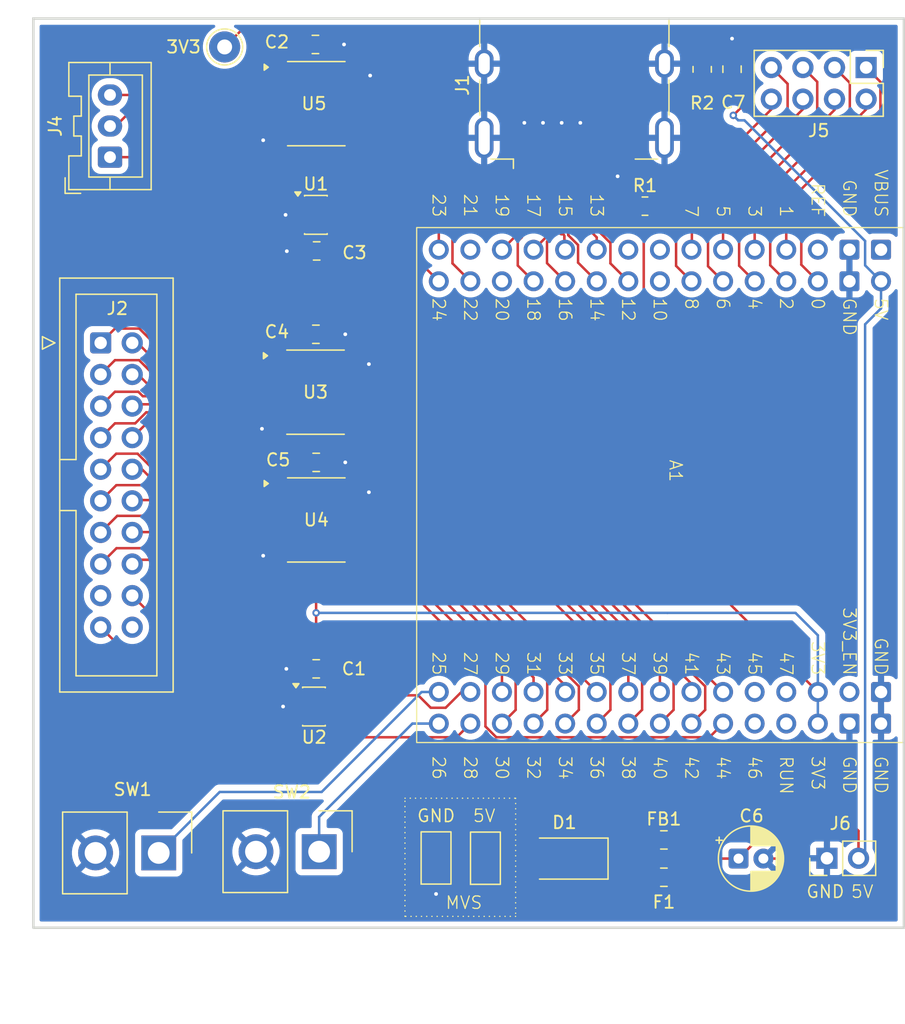
<source format=kicad_pcb>
(kicad_pcb (version 20241229) (generator "pcbnew") (generator_version "9.0")
  (layers (0 "F.Cu" signal) (2 "B.Cu" signal) (13 "F.Paste" user) (15 "B.Paste" user) (5 "F.SilkS" user "F.Silkscreen") (7 "B.SilkS" user "B.Silkscreen") (1 "F.Mask" user) (3 "B.Mask" user) (25 "Edge.Cuts" user))
  (net 0 "")
  (net 1 "D0-")
  (net 2 "G0")
  (net 3 "CLK-")
  (net 4 "SHD")
  (net 7 "SW_MENU")
  (net 8 "R3")
  (net 9 "Net-(A1-GPIO5)")
  (net 10 "Net-(A1-GPIO3)")
  (net 11 "B4")
  (net 12 "G4")
  (net 13 "PCKL")
  (net 14 "D2+")
  (net 16 "R4")
  (net 17 "D0+")
  (net 18 "CSYNC")
  (net 20 "B0")
  (net 21 "B2")
  (net 23 "SW_BACK")
  (net 24 "B1")
  (net 25 "CLK+")
  (net 26 "D1-")
  (net 27 "BCK")
  (net 28 "R1")
  (net 29 "G1")
  (net 30 "D2-")
  (net 31 "R0")
  (net 32 "Net-(A1-GPIO4)")
  (net 34 "+3V3")
  (net 35 "B3")
  (net 38 "D1+")
  (net 39 "WS")
  (net 40 "DAT")
  (net 41 "R2")
  (net 42 "G3")
  (net 44 "Net-(A1-GPIO7)")
  (net 45 "Net-(A1-GPIO6)")
  (net 46 "GND")
  (net 47 "+5V MVS")
  (net 48 "Net-(D1-K)")
  (net 52 "CEC_PICO")
  (net 53 "Net-(J1-HPD)")
  (net 55 "MVS_BCK")
  (net 57 "MVS_PCKL")
  (net 58 "MVS_CSYNC")
  (net 59 "MVS_G2")
  (net 60 "G2")
  (net 61 "MVS_R1")
  (net 62 "MVS_R2")
  (net 63 "MVS_G1")
  (net 64 "MVS_R4")
  (net 65 "MVS_R3")
  (net 66 "MVS_R0")
  (net 67 "MVS_G0")
  (net 68 "MVS_G4")
  (net 69 "MVS_B2")
  (net 70 "MVS_B1")
  (net 71 "MVS_B0")
  (net 72 "MVS_B4")
  (net 73 "MVS_B3")
  (net 74 "MVS_G3")
  (net 79 "MVS_DAT")
  (net 80 "MVS_WS")
  (net 81 "Net-(A1-GPIO0)")
  (net 82 "MVS_SHD")
  (net 85 "Net-(A1-GPIO1)")
  (net 86 "Net-(A1-GPIO2)")
  (net 94 "Net-(F1-Pad1)")
  (net 95 "+5V")
  (footprint "Capacitor_SMD:C_0805_2012Metric_Pad1.18x1.45mm_HandSolder" (layer "F.Cu") (at 171.7 39.0875 90)
    (property "Reference" "C7")
    (property "Value" "0.1u")
  )
  (footprint "Capacitor_SMD:C_0805_2012Metric" (layer "F.Cu") (at 166.22 101.055)
    (property "Reference" "FB1")
    (property "Value" "FerriteBead")
  )
  (footprint "Connector_Samtec_HPM_THT:Samtec_HPM-02-01-x-S_Straight_1x02_Pitch5.08mm" (layer "F.Cu") (at 125.6 102.1 -90)
    (property "Reference" "SW1")
    (property "Value" "MENU")
  )
  (footprint "Connector_Samtec_HPM_THT:Samtec_HPM-02-01-x-S_Straight_1x02_Pitch5.08mm" (layer "F.Cu") (at 138.5 102 -90)
    (property "Reference" "SW2")
    (property "Value" "BACK")
  )
  (footprint "Module:WeAct_RP2350B" (layer "F.Cu") (at 165.9 71.38 -90)
    (property "Reference" "A1")
    (property "Value" "WeAct_RP2350B")
  )
  (footprint "Capacitor_SMD:C_0805_2012Metric_Pad1.18x1.45mm_HandSolder" (layer "F.Cu") (at 138.2625 87.3 180)
    (property "Reference" "C1")
    (property "Value" "0.1u")
  )
  (footprint "Capacitor_SMD:C_0805_2012Metric_Pad1.18x1.45mm_HandSolder" (layer "F.Cu") (at 138.2625 70.7)
    (property "Reference" "C5")
    (property "Value" "0.1u")
  )
  (footprint "TestPoint:TestPoint_THTPad_D2.5mm_Drill1.2mm" (layer "F.Cu") (at 130.9 37.3)
    (property "Reference" "3V3")
    (property "Value" "TestPoint_THTPad_D2.5mm_Drill1.2mm")
  )
  (footprint "TestPoint:TestPoint_Keystone_5019_Miniature" (layer "F.Cu") (at 147.9 102.505 90)
    (property "Reference" "REF**" (hide yes))
    (property "Value" "TestPoint_Keystone_5019_Miniature")
  )
  (footprint "Connector_PinHeader_2.54mm:PinHeader_2x04_P2.54mm_Vertical" (layer "F.Cu") (at 182.48 38.955 -90)
    (property "Reference" "J5")
    (property "Value" "AUX")
  )
  (footprint "Resistor_SMD:R_0805_2012Metric" (layer "F.Cu") (at 164.7 50.1)
    (property "Reference" "R1")
    (property "Value" "27K")
  )
  (footprint "Capacitor_SMD:C_0805_2012Metric_Pad1.18x1.45mm_HandSolder" (layer "F.Cu") (at 138.2375 60.4)
    (property "Reference" "C4")
    (property "Value" "0.1u")
  )
  (footprint "Connector_Video:HDMI_A_Molex_208658-1001_Horizontal" (layer "F.Cu") (at 159.02 42.08 90)
    (property "Reference" "J1")
    (property "Value" "HDMI_A" (hide yes))
  )
  (footprint "Connector_IDC:IDC-Header_2x10_P2.54mm_Vertical" (layer "F.Cu") (at 120.93 61.093)
    (property "Reference" "J2")
    (property "Value" "Conn_02x05_Top_Bottom")
  )
  (footprint "Capacitor_SMD:C_0805_2012Metric_Pad1.18x1.45mm_HandSolder" (layer "F.Cu") (at 138.2 37.1)
    (property "Reference" "C2")
    (property "Value" "0.1u")
  )
  (footprint "Capacitor_SMD:C_0805_2012Metric" (layer "F.Cu") (at 166.22 104.055)
    (property "Reference" "F1")
    (property "Value" "Polyfuse")
  )
  (footprint "Diode_SMD:D_SMA" (layer "F.Cu") (at 158.22 102.555 180)
    (property "Reference" "D1")
    (property "Value" "SS14")
  )
  (footprint "Capacitor_SMD:C_0805_2012Metric_Pad1.18x1.45mm_HandSolder" (layer "F.Cu") (at 138.3 53.7 180)
    (property "Reference" "C3")
    (property "Value" "0.1u")
  )
  (footprint "Resistor_SMD:R_0805_2012Metric_Pad1.20x1.40mm_HandSolder" (layer "F.Cu") (at 169.3 39.1 90)
    (property "Reference" "R2")
    (property "Value" "10K")
  )
  (footprint "Package_TO_SOT_SMD:SOT-23-6" (layer "F.Cu") (at 138.0825 90.33)
    (property "Reference" "U2")
    (property "Value" "V_BUFF")
  )
  (footprint "Capacitor_THT:CP_Radial_D5.0mm_P2.00mm" (layer "F.Cu") (at 172.22 102.555)
    (property "Reference" "C6" (hide yes))
    (property "Value" "47u" (hide yes))
  )
  (footprint "Package_SO:TSSOP-20_4.4x6.5mm_P0.65mm" (layer "F.Cu") (at 138.27 75.33)
    (property "Reference" "U4")
    (property "Value" "GB_LVS")
  )
  (footprint "Connector_JST:JST_XA_B03B-XASK-1_1x03_P2.50mm_Vertical" (layer "F.Cu") (at 121.6825 46.16 90)
    (property "Reference" "J4")
    (property "Value" "Audio")
  )
  (footprint "TestPoint:TestPoint_Keystone_5019_Miniature" (layer "F.Cu") (at 151.87 102.525 90)
    (property "Reference" "REF**" (hide yes))
    (property "Value" "TestPoint_Keystone_5019_Miniature")
  )
  (footprint "Package_SO:TSSOP-20_4.4x6.5mm_P0.65mm" (layer "F.Cu") (at 138.27 41.86)
    (property "Reference" "U5")
    (property "Value" "AV_LVS")
  )
  (footprint "Package_TO_SOT_SMD:SOT-23-6" (layer "F.Cu") (at 138.2375 50.8)
    (property "Reference" "U1")
    (property "Value" "A_BUFF")
  )
  (footprint "Connector_PinHeader_2.54mm:PinHeader_1x02_P2.54mm_Vertical" (layer "F.Cu") (at 179.33 102.53 90)
    (property "Reference" "J6")
    (property "Value" "Conn_01x02_Pin")
  )
  (footprint "Package_SO:TSSOP-20_4.4x6.5mm_P0.65mm" (layer "F.Cu") (at 138.2075 65.055)
    (property "Reference" "U3")
    (property "Value" "RG_LVS")
  )
  (gr_rect (start 145.4 97.7) (end 154.3 107.2) (stroke (width 0.1) (type dot)) (fill no) (layer "F.SilkS"))
  (gr_rect (start 115.52 35.015) (end 185.52 108.115) (stroke (width 0.2)) (fill no) (layer "Edge.Cuts"))
  (gr_text "GND" (at 146.3 99.7 0) (layer "F.SilkS") (effects (font (size 1 1) (thickness 0.125)) (justify left bottom)))
  (gr_text "GND" (at 177.6 105.8 0) (layer "F.SilkS") (effects (font (size 1 1) (thickness 0.125)) (justify left bottom)))
  (gr_text "5V" (at 181.2 105.8 0) (layer "F.SilkS") (effects (font (size 1 1) (thickness 0.1)) (justify left bottom)))
  (gr_text "5V" (at 150.8 99.7 0) (layer "F.SilkS") (effects (font (size 1 1) (thickness 0.1)) (justify left bottom)))
  (gr_text "C6" (at 173.27 99.13 0) (layer "F.SilkS") (effects (font (size 1 1))))
  (gr_text "MVS" (at 148.6 106.1 0) (layer "F.SilkS") (effects (font (size 1 1) (thickness 0.1)) (justify left)))
  (segment (start 158.52 52.41) (end 158.57 52.46) (width 0.2) (layer "F.Cu") (net 1))
  (segment (start 159.32 54.64) (end 160.82 56.14) (width 0.2) (layer "F.Cu") (net 1))
  (segment (start 159.32 53.224372) (end 159.32 54.64) (width 0.2) (layer "F.Cu") (net 1))
  (segment (start 158.57 52.46) (end 158.57 52.474372) (width 0.2) (layer "F.Cu") (net 1))
  (segment (start 158.57 52.474372) (end 159.32 53.224372) (width 0.2) (layer "F.Cu") (net 1))
  (segment (start 158.52 45.365) (end 158.52 52.41) (width 0.2) (layer "F.Cu") (net 1))
  (segment (start 141.07 66.68) (end 143.92 66.68) (width 0.2) (layer "F.Cu") (net 2))
  (segment (start 143.92 66.68) (end 164.47 87.23) (width 0.2) (layer "F.Cu") (net 2))
  (segment (start 164.47 87.23) (end 164.47 90.59) (width 0.2) (layer "F.Cu") (net 2))
  (segment (start 164.47 90.59) (end 163.36 91.7) (width 0.2) (layer "F.Cu") (net 2))
  (segment (start 160.02 45.365) (end 160.02 46.91) (width 0.2) (layer "F.Cu") (net 3))
  (segment (start 160.72 51.86) (end 161.92 53.06) (width 0.2) (layer "F.Cu") (net 3))
  (segment (start 160.72 47.61) (end 160.72 51.86) (width 0.2) (layer "F.Cu") (net 3))
  (segment (start 160.02 46.91) (end 160.72 47.61) (width 0.2) (layer "F.Cu") (net 3))
  (segment (start 161.92 54.7) (end 163.36 56.14) (width 0.2) (layer "F.Cu") (net 3))
  (segment (start 161.92 53.06) (end 161.92 54.7) (width 0.2) (layer "F.Cu") (net 3))
  (segment (start 141.1325 78.255) (end 142.995 78.255) (width 0.2) (layer "F.Cu") (net 4))
  (segment (start 151.87 87.13) (end 151.87 91.92705) (width 0.2) (layer "F.Cu") (net 4))
  (segment (start 169.879 92.801) (end 170.98 91.7) (width 0.2) (layer "F.Cu") (net 4))
  (segment (start 151.87 91.92705) (end 152.74395 92.801) (width 0.2) (layer "F.Cu") (net 4))
  (segment (start 152.74395 92.801) (end 169.879 92.801) (width 0.2) (layer "F.Cu") (net 4))
  (segment (start 142.995 78.255) (end 151.87 87.13) (width 0.2) (layer "F.Cu") (net 4))
  (segment (start 130.5 97.2) (end 138.7 97.2) (width 0.2) (layer "B.Cu") (net 7))
  (segment (start 138.7 97.2) (end 146.74 89.16) (width 0.2) (layer "B.Cu") (net 7))
  (segment (start 126.23 101.47) (end 130.5 97.2) (width 0.2) (layer "B.Cu") (net 7))
  (segment (start 146.74 89.16) (end 148.12 89.16) (width 0.2) (layer "B.Cu") (net 7))
  (segment (start 125.6 102.1) (end 126.23 102.73) (width 0.2) (layer "B.Cu") (net 7))
  (segment (start 126.23 102.73) (end 126.23 101.47) (width 0.2) (layer "B.Cu") (net 7))
  (segment (start 144.42 65.38) (end 167.001 87.961) (width 0.2) (layer "F.Cu") (net 8))
  (segment (start 167.001 90.599) (end 165.9 91.7) (width 0.2) (layer "F.Cu") (net 8))
  (segment (start 167.001 87.961) (end 167.001 90.599) (width 0.2) (layer "F.Cu") (net 8))
  (segment (start 141.07 65.38) (end 144.42 65.38) (width 0.2) (layer "F.Cu") (net 8))
  (segment (start 177.4 41.495) (end 177.4 42.3) (width 0.2) (layer "F.Cu") (net 9))
  (segment (start 170.98 48.72) (end 170.98 53.6) (width 0.2) (layer "F.Cu") (net 9))
  (segment (start 177.4 42.3) (end 170.98 48.72) (width 0.2) (layer "F.Cu") (net 9))
  (segment (start 179.94 42.36) (end 173.52 48.78) (width 0.2) (layer "F.Cu") (net 10))
  (segment (start 179.94 41.495) (end 179.94 42.36) (width 0.2) (layer "F.Cu") (net 10))
  (segment (start 173.52 48.78) (end 173.52 53.6) (width 0.2) (layer "F.Cu") (net 10))
  (segment (start 143.345 77.605) (end 153.2 87.46) (width 0.2) (layer "F.Cu") (net 11))
  (segment (start 153.2 87.46) (end 153.2 89.16) (width 0.2) (layer "F.Cu") (net 11))
  (segment (start 141.1325 77.605) (end 143.345 77.605) (width 0.2) (layer "F.Cu") (net 11))
  (segment (start 158.28 91.7) (end 159.381 90.599) (width 0.2) (layer "F.Cu") (net 12))
  (segment (start 159.381 90.599) (end 159.381 88.70395) (width 0.2) (layer "F.Cu") (net 12))
  (segment (start 159.381 88.70395) (end 145.03205 74.355) (width 0.2) (layer "F.Cu") (net 12))
  (segment (start 145.03205 74.355) (end 141.1325 74.355) (width 0.2) (layer "F.Cu") (net 12))
  (segment (start 149.559 92.801) (end 150.66 91.7) (width 0.2) (layer "F.Cu") (net 13))
  (segment (start 140.741 92.801) (end 149.559 92.801) (width 0.2) (layer "F.Cu") (net 13))
  (segment (start 139.22 91.28) (end 140.741 92.801) (width 0.2) (layer "F.Cu") (net 13))
  (segment (start 154.122 48.384) (end 153.984 48.384) (width 0.2) (layer "F.Cu") (net 14))
  (segment (start 154.438 48.858) (end 154.438 48.7) (width 0.2) (layer "F.Cu") (net 14))
  (segment (start 153.984 49.174) (end 154.122 49.174) (width 0.2) (layer "F.Cu") (net 14))
  (segment (start 154.52 46.659322) (end 154.52 45.365) (width 0.2) (layer "F.Cu") (net 14))
  (segment (start 153.668 48.068) (end 153.668 47.91) (width 0.2) (layer "F.Cu") (net 14))
  (segment (start 153.2 53.6) (end 154.438 52.362) (width 0.2) (layer "F.Cu") (net 14))
  (segment (start 153.984 50.754) (end 154.122 50.754) (width 0.2) (layer "F.Cu") (net 14))
  (segment (start 154.438 47.12) (end 154.438 47.06) (width 0.2) (layer "F.Cu") (net 14))
  (segment (start 154.438 46.741322) (end 154.52 46.659322) (width 0.2) (layer "F.Cu") (net 14))
  (segment (start 154.122 49.964) (end 153.984 49.964) (width 0.2) (layer "F.Cu") (net 14))
  (segment (start 154.122 51.544) (end 153.984 51.544) (width 0.2) (layer "F.Cu") (net 14))
  (segment (start 153.668 49.648) (end 153.668 49.49) (width 0.2) (layer "F.Cu") (net 14))
  (segment (start 153.668 51.228) (end 153.668 51.07) (width 0.2) (layer "F.Cu") (net 14))
  (segment (start 154.438 47.06) (end 154.438 46.741322) (width 0.2) (layer "F.Cu") (net 14))
  (segment (start 154.438 52.362) (end 154.438 51.86) (width 0.2) (layer "F.Cu") (net 14))
  (segment (start 154.438 47.278) (end 154.438 47.12) (width 0.2) (layer "F.Cu") (net 14))
  (segment (start 154.438 50.438) (end 154.438 50.28) (width 0.2) (layer "F.Cu") (net 14))
  (segment (start 153.984 47.594) (end 154.122 47.594) (width 0.2) (layer "F.Cu") (net 14))
  (arc (start 153.668 49.49) (mid 153.760554 49.266554) (end 153.984 49.174) (width 0.2) (layer "F.Cu") (net 14))
  (arc (start 153.984 49.964) (mid 153.760554 49.871446) (end 153.668 49.648) (width 0.2) (layer "F.Cu") (net 14))
  (arc (start 154.122 49.174) (mid 154.345446 49.081446) (end 154.438 48.858) (width 0.2) (layer "F.Cu") (net 14))
  (arc (start 153.984 51.544) (mid 153.760554 51.451446) (end 153.668 51.228) (width 0.2) (layer "F.Cu") (net 14))
  (arc (start 154.122 47.594) (mid 154.345446 47.501446) (end 154.438 47.278) (width 0.2) (layer "F.Cu") (net 14))
  (arc (start 153.984 48.384) (mid 153.760554 48.291446) (end 153.668 48.068) (width 0.2) (layer "F.Cu") (net 14))
  (arc (start 154.438 51.86) (mid 154.345446 51.636554) (end 154.122 51.544) (width 0.2) (layer "F.Cu") (net 14))
  (arc (start 154.438 50.28) (mid 154.345446 50.056554) (end 154.122 49.964) (width 0.2) (layer "F.Cu") (net 14))
  (arc (start 154.122 50.754) (mid 154.345446 50.661446) (end 154.438 50.438) (width 0.2) (layer "F.Cu") (net 14))
  (arc (start 153.668 51.07) (mid 153.760554 50.846554) (end 153.984 50.754) (width 0.2) (layer "F.Cu") (net 14))
  (arc (start 154.438 48.7) (mid 154.345446 48.476554) (end 154.122 48.384) (width 0.2) (layer "F.Cu") (net 14))
  (arc (start 153.668 47.91) (mid 153.760554 47.686554) (end 153.984 47.594) (width 0.2) (layer "F.Cu") (net 14))
  (segment (start 141.07 66.03) (end 144.17 66.03) (width 0.2) (layer "F.Cu") (net 16))
  (segment (start 144.17 66.03) (end 165.9 87.76) (width 0.2) (layer "F.Cu") (net 16))
  (segment (start 165.9 87.76) (end 165.9 89.16) (width 0.2) (layer "F.Cu") (net 16))
  (segment (start 158.22 50.837) (end 158.22 50.921) (width 0.2) (layer "F.Cu") (net 17))
  (segment (start 157.978 48.149) (end 158.052 48.149) (width 0.2) (layer "F.Cu") (net 17))
  (segment (start 158.22 52.71769) (end 158.22 53.54) (width 0.2) (layer "F.Cu") (net 17))
  (segment (start 158.052 49.409) (end 157.978 49.409) (width 0.2) (layer "F.Cu") (net 17))
  (segment (start 157.978 48.989) (end 158.052 48.989) (width 0.2) (layer "F.Cu") (net 17))
  (segment (start 157.978 49.829) (end 158.052 49.829) (width 0.2) (layer "F.Cu") (net 17))
  (segment (start 157.81 47.897) (end 157.81 47.981) (width 0.2) (layer "F.Cu") (net 17))
  (segment (start 157.978 52.349) (end 158.052 52.349) (width 0.2) (layer "F.Cu") (net 17))
  (segment (start 157.81 51.257) (end 157.81 51.341) (width 0.2) (layer "F.Cu") (net 17))
  (segment (start 158.22 51.677) (end 158.22 51.761) (width 0.2) (layer "F.Cu") (net 17))
  (segment (start 158.22 49.157) (end 158.22 49.241) (width 0.2) (layer "F.Cu") (net 17))
  (segment (start 157.81 52.097) (end 157.81 52.181) (width 0.2) (layer "F.Cu") (net 17))
  (segment (start 158.052 50.249) (end 157.978 50.249) (width 0.2) (layer "F.Cu") (net 17))
  (segment (start 157.978 50.669) (end 158.052 50.669) (width 0.2) (layer "F.Cu") (net 17))
  (segment (start 157.81 48.737) (end 157.81 48.821) (width 0.2) (layer "F.Cu") (net 17))
  (segment (start 157.52 46.866) (end 157.525 46.866) (width 0.2) (layer "F.Cu") (net 17))
  (segment (start 158.052 47.729) (end 157.978 47.729) (width 0.2) (layer "F.Cu") (net 17))
  (segment (start 158.22 53.54) (end 158.28 53.6) (width 0.2) (layer "F.Cu") (net 17))
  (segment (start 157.525 46.866) (end 158.0695 47.4105) (width 0.2) (layer "F.Cu") (net 17))
  (segment (start 157.81 50.417) (end 157.81 50.501) (width 0.2) (layer "F.Cu") (net 17))
  (segment (start 157.81 49.577) (end 157.81 49.661) (width 0.2) (layer "F.Cu") (net 17))
  (segment (start 157.978 51.509) (end 158.052 51.509) (width 0.2) (layer "F.Cu") (net 17))
  (segment (start 158.052 48.569) (end 157.978 48.569) (width 0.2) (layer "F.Cu") (net 17))
  (segment (start 158.22 48.317) (end 158.22 48.401) (width 0.2) (layer "F.Cu") (net 17))
  (segment (start 158.22 52.601) (end 158.22 52.71769) (width 0.2) (layer "F.Cu") (net 17))
  (segment (start 158.22 52.517) (end 158.22 52.601) (width 0.2) (layer "F.Cu") (net 17))
  (segment (start 157.52 45.365) (end 157.52 46.866) (width 0.2) (layer "F.Cu") (net 17))
  (segment (start 158.052 51.089) (end 157.978 51.089) (width 0.2) (layer "F.Cu") (net 17))
  (segment (start 158.0695 47.4105) (end 158.22 47.561) (width 0.2) (layer "F.Cu") (net 17))
  (segment (start 158.052 51.929) (end 157.978 51.929) (width 0.2) (layer "F.Cu") (net 17))
  (segment (start 158.22 49.997) (end 158.22 50.081) (width 0.2) (layer "F.Cu") (net 17))
  (arc (start 157.81 48.821) (mid 157.859206 48.939794) (end 157.978 48.989) (width 0.2) (layer "F.Cu") (net 17))
  (arc (start 157.978 49.409) (mid 157.859206 49.458206) (end 157.81 49.577) (width 0.2) (layer "F.Cu") (net 17))
  (arc (start 158.22 51.761) (mid 158.170794 51.879794) (end 158.052 51.929) (width 0.2) (layer "F.Cu") (net 17))
  (arc (start 158.052 50.669) (mid 158.170794 50.718206) (end 158.22 50.837) (width 0.2) (layer "F.Cu") (net 17))
  (arc (start 158.052 49.829) (mid 158.170794 49.878206) (end 158.22 49.997) (width 0.2) (layer "F.Cu") (net 17))
  (arc (start 157.81 51.341) (mid 157.859206 51.459794) (end 157.978 51.509) (width 0.2) (layer "F.Cu") (net 17))
  (arc (start 157.978 47.729) (mid 157.859206 47.778206) (end 157.81 47.897) (width 0.2) (layer "F.Cu") (net 17))
  (arc (start 157.978 50.249) (mid 157.859206 50.298206) (end 157.81 50.417) (width 0.2) (layer "F.Cu") (net 17))
  (arc (start 158.052 48.149) (mid 158.170794 48.198206) (end 158.22 48.317) (width 0.2) (layer "F.Cu") (net 17))
  (arc (start 157.978 51.089) (mid 157.859206 51.138206) (end 157.81 51.257) (width 0.2) (layer "F.Cu") (net 17))
  (arc (start 158.22 47.561) (mid 158.170794 47.679794) (end 158.052 47.729) (width 0.2) (layer "F.Cu") (net 17))
  (arc (start 158.052 48.989) (mid 158.170794 49.038206) (end 158.22 49.157) (width 0.2) (layer "F.Cu") (net 17))
  (arc (start 158.052 52.349) (mid 158.170794 52.398206) (end 158.22 52.517) (width 0.2) (layer "F.Cu") (net 17))
  (arc (start 157.81 49.661) (mid 157.859206 49.779794) (end 157.978 49.829) (width 0.2) (layer "F.Cu") (net 17))
  (arc (start 158.052 51.509) (mid 158.170794 51.558206) (end 158.22 51.677) (width 0.2) (layer "F.Cu") (net 17))
  (arc (start 158.22 48.401) (mid 158.170794 48.519794) (end 158.052 48.569) (width 0.2) (layer "F.Cu") (net 17))
  (arc (start 158.22 50.081) (mid 158.170794 50.199794) (end 158.052 50.249) (width 0.2) (layer "F.Cu") (net 17))
  (arc (start 157.81 47.981) (mid 157.859206 48.099794) (end 157.978 48.149) (width 0.2) (layer "F.Cu") (net 17))
  (arc (start 158.22 50.921) (mid 158.170794 51.039794) (end 158.052 51.089) (width 0.2) (layer "F.Cu") (net 17))
  (arc (start 158.22 49.241) (mid 158.170794 49.359794) (end 158.052 49.409) (width 0.2) (layer "F.Cu") (net 17))
  (arc (start 157.81 52.181) (mid 157.859206 52.299794) (end 157.978 52.349) (width 0.2) (layer "F.Cu") (net 17))
  (arc (start 157.81 50.501) (mid 157.859206 50.619794) (end 157.978 50.669) (width 0.2) (layer "F.Cu") (net 17))
  (arc (start 157.978 48.569) (mid 157.859206 48.618206) (end 157.81 48.737) (width 0.2) (layer "F.Cu") (net 17))
  (arc (start 157.978 51.929) (mid 157.859206 51.978206) (end 157.81 52.097) (width 0.2) (layer "F.Cu") (net 17))
  (segment (start 149.94 89.16) (end 150.66 89.16) (width 0.2) (layer "F.Cu") (net 18))
  (segment (start 139.27 89.43) (end 146.47 89.43) (width 0.2) (layer "F.Cu") (net 18))
  (segment (start 150.43 88.93) (end 150.66 89.16) (width 0.2) (layer "F.Cu") (net 18))
  (segment (start 146.47 89.43) (end 147.47 90.43) (width 0.2) (layer "F.Cu") (net 18))
  (segment (start 148.67 90.43) (end 149.94 89.16) (width 0.2) (layer "F.Cu") (net 18))
  (segment (start 147.47 90.43) (end 148.67 90.43) (width 0.2) (layer "F.Cu") (net 18))
  (segment (start 141.1325 75.005) (end 144.645 75.005) (width 0.2) (layer "F.Cu") (net 20))
  (segment (start 144.645 75.005) (end 158.28 88.64) (width 0.2) (layer "F.Cu") (net 20))
  (segment (start 158.28 88.64) (end 158.28 89.16) (width 0.2) (layer "F.Cu") (net 20))
  (segment (start 155.74 88) (end 155.74 89.16) (width 0.2) (layer "F.Cu") (net 21))
  (segment (start 141.1325 76.305) (end 144.045 76.305) (width 0.2) (layer "F.Cu") (net 21))
  (segment (start 144.045 76.305) (end 155.74 88) (width 0.2) (layer "F.Cu") (net 21))
  (segment (start 146 91.7) (end 148.12 91.7) (width 0.2) (layer "B.Cu") (net 23))
  (segment (start 138.5 99.2) (end 146 91.7) (width 0.2) (layer "B.Cu") (net 23))
  (segment (start 138.5 102) (end 138.5 99.2) (width 0.2) (layer "B.Cu") (net 23))
  (segment (start 141.1325 75.655) (end 144.395 75.655) (width 0.2) (layer "F.Cu") (net 24))
  (segment (start 156.841 90.599) (end 155.74 91.7) (width 0.2) (layer "F.Cu") (net 24))
  (segment (start 156.841 88.101) (end 156.841 90.599) (width 0.2) (layer "F.Cu") (net 24))
  (segment (start 144.395 75.655) (end 156.841 88.101) (width 0.2) (layer "F.Cu") (net 24))
  (segment (start 159.02 46.91) (end 159.02 45.365) (width 0.2) (layer "F.Cu") (net 25))
  (segment (start 159.87 48.92005) (end 160.13 48.92005) (width 0.2) (layer "F.Cu") (net 25))
  (segment (start 159.523963 47.413963) (end 159.02 46.91) (width 0.2) (layer "F.Cu") (net 25))
  (segment (start 160.37 51.08005) (end 160.37 50.96005) (width 0.2) (layer "F.Cu") (net 25))
  (segment (start 160.394975 52.185025) (end 160.37 52.16005) (width 0.2) (layer "F.Cu") (net 25))
  (segment (start 160.37 48.68005) (end 160.37 48.56005) (width 0.2) (layer "F.Cu") (net 25))
  (segment (start 159.87 50.12005) (end 160.13 50.12005) (width 0.2) (layer "F.Cu") (net 25))
  (segment (start 159.87 51.32005) (end 160.13 51.32005) (width 0.2) (layer "F.Cu") (net 25))
  (segment (start 160.13 50.72005) (end 159.87 50.72005) (width 0.2) (layer "F.Cu") (net 25))
  (segment (start 159.63 51.68005) (end 159.63 51.56005) (width 0.2) (layer "F.Cu") (net 25))
  (segment (start 160.37 48.26) (end 159.523963 47.413963) (width 0.2) (layer "F.Cu") (net 25))
  (segment (start 160.82 52.61005) (end 160.394975 52.185025) (width 0.2) (layer "F.Cu") (net 25))
  (segment (start 160.37 49.88005) (end 160.37 49.76005) (width 0.2) (layer "F.Cu") (net 25))
  (segment (start 160.82 53.6) (end 160.82 52.61005) (width 0.2) (layer "F.Cu") (net 25))
  (segment (start 160.37 48.56005) (end 160.37 48.26) (width 0.2) (layer "F.Cu") (net 25))
  (segment (start 160.13 51.92005) (end 159.87 51.92005) (width 0.2) (layer "F.Cu") (net 25))
  (segment (start 160.13 49.52005) (end 159.87 49.52005) (width 0.2) (layer "F.Cu") (net 25))
  (segment (start 159.63 49.28005) (end 159.63 49.16005) (width 0.2) (layer "F.Cu") (net 25))
  (segment (start 159.63 50.48005) (end 159.63 50.36005) (width 0.2) (layer "F.Cu") (net 25))
  (arc (start 159.87 50.72005) (mid 159.700294 50.649756) (end 159.63 50.48005) (width 0.2) (layer "F.Cu") (net 25))
  (arc (start 160.13 48.92005) (mid 160.299706 48.849756) (end 160.37 48.68005) (width 0.2) (layer "F.Cu") (net 25))
  (arc (start 160.37 50.96005) (mid 160.299706 50.790344) (end 160.13 50.72005) (width 0.2) (layer "F.Cu") (net 25))
  (arc (start 160.37 49.76005) (mid 160.299706 49.590344) (end 160.13 49.52005) (width 0.2) (layer "F.Cu") (net 25))
  (arc (start 159.87 49.52005) (mid 159.700294 49.449756) (end 159.63 49.28005) (width 0.2) (layer "F.Cu") (net 25))
  (arc (start 160.13 51.32005) (mid 160.299706 51.249756) (end 160.37 51.08005) (width 0.2) (layer "F.Cu") (net 25))
  (arc (start 160.13 50.12005) (mid 160.299706 50.049756) (end 160.37 49.88005) (width 0.2) (layer "F.Cu") (net 25))
  (arc (start 159.63 50.36005) (mid 159.700294 50.190344) (end 159.87 50.12005) (width 0.2) (layer "F.Cu") (net 25))
  (arc (start 160.37 52.16005) (mid 160.299706 51.990344) (end 160.13 51.92005) (width 0.2) (layer "F.Cu") (net 25))
  (arc (start 159.63 51.56005) (mid 159.700294 51.390344) (end 159.87 51.32005) (width 0.2) (layer "F.Cu") (net 25))
  (arc (start 159.63 49.16005) (mid 159.700294 48.990344) (end 159.87 48.92005) (width 0.2) (layer "F.Cu") (net 25))
  (arc (start 159.87 51.92005) (mid 159.700294 51.849756) (end 159.63 51.68005) (width 0.2) (layer "F.Cu") (net 25))
  (segment (start 157.02 52.745678) (end 156.82 52.945678) (width 0.2) (layer "F.Cu") (net 26))
  (segment (start 157.02 45.365) (end 157.02 52.745678) (width 0.2) (layer "F.Cu") (net 26))
  (segment (start 156.82 52.945678) (end 156.82 54.68) (width 0.2) (layer "F.Cu") (net 26))
  (segment (start 156.82 54.68) (end 158.28 56.14) (width 0.2) (layer "F.Cu") (net 26))
  (segment (start 141.83 49.85) (end 148.12 56.14) (width 0.2) (layer "F.Cu") (net 27))
  (segment (start 139.375 49.85) (end 141.83 49.85) (width 0.2) (layer "F.Cu") (net 27))
  (segment (start 169.541 90.599) (end 168.44 91.7) (width 0.2) (layer "F.Cu") (net 28))
  (segment (start 141.07 64.08) (end 144.91705 64.08) (width 0.2) (layer "F.Cu") (net 28))
  (segment (start 144.91705 64.08) (end 169.541 88.70395) (width 0.2) (layer "F.Cu") (net 28))
  (segment (start 169.541 88.70395) (end 169.541 90.599) (width 0.2) (layer "F.Cu") (net 28))
  (segment (start 141.07 67.33) (end 143.67 67.33) (width 0.2) (layer "F.Cu") (net 29))
  (segment (start 163.36 87.02) (end 163.36 89.16) (width 0.2) (layer "F.Cu") (net 29))
  (segment (start 143.67 67.33) (end 163.36 87.02) (width 0.2) (layer "F.Cu") (net 29))
  (segment (start 155.52 46.866) (end 155.514 46.866) (width 0.2) (layer "F.Cu") (net 30))
  (segment (start 155.52 45.365) (end 155.52 46.866) (width 0.2) (layer "F.Cu") (net 30))
  (segment (start 155.514 46.866) (end 154.8 47.58) (width 0.2) (layer "F.Cu") (net 30))
  (segment (start 154.47 52.93) (end 154.47 54.87) (width 0.2) (layer "F.Cu") (net 30))
  (segment (start 154.47 54.87) (end 155.74 56.14) (width 0.2) (layer "F.Cu") (net 30))
  (segment (start 154.8 47.58) (end 154.8 52.6) (width 0.2) (layer "F.Cu") (net 30))
  (segment (start 154.8 52.6) (end 154.47 52.93) (width 0.2) (layer "F.Cu") (net 30))
  (segment (start 145.25 63.43) (end 170.98 89.16) (width 0.2) (layer "F.Cu") (net 31))
  (segment (start 141.07 63.43) (end 145.25 63.43) (width 0.2) (layer "F.Cu") (net 31))
  (segment (start 172.27 48.73) (end 172.27 54.89) (width 0.2) (layer "F.Cu") (net 32))
  (segment (start 177.4 38.955) (end 178.551 40.106) (width 0.2) (layer "F.Cu") (net 32))
  (segment (start 172.27 54.89) (end 173.52 56.14) (width 0.2) (layer "F.Cu") (net 32))
  (segment (start 178.551 42.449) (end 172.27 48.73) (width 0.2) (layer "F.Cu") (net 32))
  (segment (start 178.551 40.106) (end 178.551 42.449) (width 0.2) (layer "F.Cu") (net 32))
  (segment (start 138.319 87.3) (end 139.3 87.3) (width 0.2) (layer "F.Cu") (net 34))
  (segment (start 164.6 75.16) (end 164.6 52.7) (width 0.2) (layer "F.Cu") (net 34))
  (segment (start 138.2565 60.4) (end 138.2565 69.2) (width 0.2) (layer "F.Cu") (net 34))
  (segment (start 164.6 52.7) (end 163.8 51.9) (width 0.2) (layer "F.Cu") (net 34))
  (segment (start 137.1125 70.7) (end 135.4075 72.405) (width 0.2) (layer "F.Cu") (net 34))
  (segment (start 138.2565 47.3) (end 138.2565 58.8) (width 0.2) (layer "F.Cu") (net 34))
  (segment (start 178.6 89.16) (end 164.6 75.16) (width 0.2) (layer "F.Cu") (net 34))
  (segment (start 137.2425 37.1) (end 138.2565 37.1) (width 0.2) (layer "F.Cu") (net 34))
  (segment (start 137.2 60.4) (end 137.075 60.4) (width 0.2) (layer "F.Cu") (net 34))
  (segment (start 138.2565 90.028999) (end 138.557501 90.33) (width 0.2) (layer "F.Cu") (net 34))
  (segment (start 137.716 35.616) (end 140.316 35.616) (width 0.2) (layer "F.Cu") (net 34))
  (segment (start 138.2565 87) (end 138.2565 90.028999) (width 0.2) (layer "F.Cu") (net 34))
  (segment (start 141.2 62) (end 141.2 59.8) (width 0.2) (layer "F.Cu") (net 34))
  (segment (start 139.375 50.8) (end 139.729468 50.8) (width 0.2) (layer "F.Cu") (net 34))
  (segment (start 139.729468 50.8) (end 140.3385 51.409032) (width 0.2) (layer "F.Cu") (net 34))
  (segment (start 138.2 35.616) (end 137.716 35.616) (width 0.2) (layer "F.Cu") (net 34))
  (segment (start 140.316 35.616) (end 141.2 36.5) (width 0.2) (layer "F.Cu") (net 34))
  (segment (start 178.6 91.7) (end 178.6 91.8) (width 0.2) (layer "F.Cu") (net 34))
  (segment (start 138.2565 58.8) (end 138.2565 60.4) (width 0.2) (layer "F.Cu") (net 34))
  (segment (start 137.225 70.7) (end 137.1125 70.7) (width 0.2) (layer "F.Cu") (net 34))
  (segment (start 138.2565 69.2) (end 138.2565 70.7) (width 0.2) (layer "F.Cu") (net 34))
  (segment (start 138.2565 35.7) (end 138.2565 47.3) (width 0.2) (layer "F.Cu") (net 34))
  (segment (start 141.2 37.1) (end 141.2 38.8675) (width 0.2) (layer "F.Cu") (net 34))
  (segment (start 141.2 36.5) (end 141.2 37.1) (width 0.2) (layer "F.Cu") (net 34))
  (segment (start 140.3385 51.409032) (end 140.3385 52.699) (width 0.2) (layer "F.Cu") (net 34))
  (segment (start 137.075 60.4) (end 135.345 62.13) (width 0.2) (layer "F.Cu") (net 34))
  (segment (start 138.557501 90.33) (end 139.22 90.33) (width 0.2) (layer "F.Cu") (net 34))
  (segment (start 141.2 38.8675) (end 141.1325 38.935) (width 0.2) (layer "F.Cu") (net 34))
  (segment (start 140.2 58.8) (end 138.2565 58.8) (width 0.2) (layer "F.Cu") (net 34))
  (segment (start 132.584 35.616) (end 130.9 37.3) (width 0.2) (layer "F.Cu") (net 34))
  (segment (start 163.8 50.1125) (end 163.7875 50.1) (width 0.2) (layer "F.Cu") (net 34))
  (segment (start 138.2565 82.8) (end 138.2565 87) (width 0.2) (layer "F.Cu") (net 34))
  (segment (start 140.3385 52.699) (end 139.3375 53.7) (width 0.2) (layer "F.Cu") (net 34))
  (segment (start 138.2565 70.7) (end 138.2565 82.8) (width 0.2) (layer "F.Cu") (net 34))
  (segment (start 141.201 72.3365) (end 141.201 70.451057) (width 0.2) (layer "F.Cu") (net 34))
  (segment (start 141.201 70.451057) (end 139.949943 69.2) (width 0.2) (layer "F.Cu") (net 34))
  (segment (start 139.949943 69.2) (end 138.2565 69.2) (width 0.2) (layer "F.Cu") (net 34))
  (segment (start 163.8 51.9) (end 163.8 50.1125) (width 0.2) (layer "F.Cu") (net 34))
  (segment (start 138.2565 70.7) (end 137.225 70.7) (width 0.2) (layer "F.Cu") (net 34))
  (segment (start 137.2 60.4) (end 138.2565 60.4) (width 0.2) (layer "F.Cu") (net 34))
  (segment (start 141.1325 72.405) (end 141.201 72.3365) (width 0.2) (layer "F.Cu") (net 34))
  (segment (start 141.2 59.8) (end 140.2 58.8) (width 0.2) (layer "F.Cu") (net 34))
  (segment (start 141.07 62.13) (end 141.2 62) (width 0.2) (layer "F.Cu") (net 34))
  (segment (start 135.4075 38.935) (end 137.2425 37.1) (width 0.2) (layer "F.Cu") (net 34))
  (segment (start 137.716 35.616) (end 132.584 35.616) (width 0.2) (layer "F.Cu") (net 34))
  (segment (start 139.375 50.8) (end 138.2565 50.8) (width 0.2) (layer "F.Cu") (net 34))
  (segment (start 138.1725 35.616) (end 138.2565 35.7) (width 0.2) (layer "F.Cu") (net 34))
  (via (at 138.2565 82.8) (size 0.6) (drill 0.3) (layers "F.Cu" "B.Cu") (net 34))
  (segment (start 138.2565 82.8) (end 166.5 82.8) (width 0.2) (layer "B.Cu") (net 34))
  (segment (start 178.6 91.7) (end 178.6 89.16) (width 0.2) (layer "B.Cu") (net 34))
  (segment (start 178.6 84.6) (end 178.6 89.16) (width 0.2) (layer "B.Cu") (net 34))
  (segment (start 176.8 82.8) (end 178.6 84.6) (width 0.2) (layer "B.Cu") (net 34))
  (segment (start 166.5 82.8) (end 176.8 82.8) (width 0.2) (layer "B.Cu") (net 34))
  (segment (start 154.301 87.561) (end 154.301 90.599) (width 0.2) (layer "F.Cu") (net 35))
  (segment (start 154.301 90.599) (end 153.2 91.7) (width 0.2) (layer "F.Cu") (net 35))
  (segment (start 143.695 76.955) (end 154.301 87.561) (width 0.2) (layer "F.Cu") (net 35))
  (segment (start 141.1325 76.955) (end 143.695 76.955) (width 0.2) (layer "F.Cu") (net 35))
  (segment (start 156.089 50.03) (end 156.089 49.91) (width 0.2) (layer "F.Cu") (net 38))
  (segment (start 156.719 52.621) (end 156.719 51.71) (width 0.2) (layer "F.Cu") (net 38))
  (segment (start 155.74 53.6) (end 156.719 52.621) (width 0.2) (layer "F.Cu") (net 38))
  (segment (start 156.719 48.030593) (end 156.719 47.459) (width 0.2) (layer "F.Cu") (net 38))
  (segment (start 156.479 50.27) (end 156.329 50.27) (width 0.2) (layer "F.Cu") (net 38))
  (segment (start 156.329 50.87) (end 156.479 50.87) (width 0.2) (layer "F.Cu") (net 38))
  (segment (start 156.329 48.47) (end 156.479 48.47) (width 0.2) (layer "F.Cu") (net 38))
  (segment (start 156.329 49.67) (end 156.479 49.67) (width 0.2) (layer "F.Cu") (net 38))
  (segment (start 156.089 51.23) (end 156.089 51.11) (width 0.2) (layer "F.Cu") (net 38))
  (segment (start 156.479 51.47) (end 156.329 51.47) (width 0.2) (layer "F.Cu") (net 38))
  (segment (start 156.02 46.76) (end 156.02 45.365) (width 0.2) (layer "F.Cu") (net 38))
  (segment (start 156.089 48.83) (end 156.089 48.71) (width 0.2) (layer "F.Cu") (net 38))
  (segment (start 156.719 49.43) (end 156.719 49.31) (width 0.2) (layer "F.Cu") (net 38))
  (segment (start 156.479 49.07) (end 156.329 49.07) (width 0.2) (layer "F.Cu") (net 38))
  (segment (start 156.719 48.23) (end 156.719 48.11) (width 0.2) (layer "F.Cu") (net 38))
  (segment (start 156.719 47.459) (end 156.02 46.76) (width 0.2) (layer "F.Cu") (net 38))
  (segment (start 156.719 48.11) (end 156.719 48.030593) (width 0.2) (layer "F.Cu") (net 38))
  (segment (start 156.719 50.63) (end 156.719 50.51) (width 0.2) (layer "F.Cu") (net 38))
  (arc (start 156.329 50.27) (mid 156.159294 50.199706) (end 156.089 50.03) (width 0.2) (layer "F.Cu") (net 38))
  (arc (start 156.719 51.71) (mid 156.648706 51.540294) (end 156.479 51.47) (width 0.2) (layer "F.Cu") (net 38))
  (arc (start 156.479 48.47) (mid 156.648706 48.399706) (end 156.719 48.23) (width 0.2) (layer "F.Cu") (net 38))
  (arc (start 156.719 49.31) (mid 156.648706 49.140294) (end 156.479 49.07) (width 0.2) (layer "F.Cu") (net 38))
  (arc (start 156.479 50.87) (mid 156.648706 50.799706) (end 156.719 50.63) (width 0.2) (layer "F.Cu") (net 38))
  (arc (start 156.089 49.91) (mid 156.159294 49.740294) (end 156.329 49.67) (width 0.2) (layer "F.Cu") (net 38))
  (arc (start 156.479 49.67) (mid 156.648706 49.599706) (end 156.719 49.43) (width 0.2) (layer "F.Cu") (net 38))
  (arc (start 156.719 50.51) (mid 156.648706 50.340294) (end 156.479 50.27) (width 0.2) (layer "F.Cu") (net 38))
  (arc (start 156.089 48.71) (mid 156.159294 48.540294) (end 156.329 48.47) (width 0.2) (layer "F.Cu") (net 38))
  (arc (start 156.329 49.07) (mid 156.159294 48.999706) (end 156.089 48.83) (width 0.2) (layer "F.Cu") (net 38))
  (arc (start 156.089 51.11) (mid 156.159294 50.940294) (end 156.329 50.87) (width 0.2) (layer "F.Cu") (net 38))
  (arc (start 156.329 51.47) (mid 156.159294 51.399706) (end 156.089 51.23) (width 0.2) (layer "F.Cu") (net 38))
  (segment (start 148.12 47.135001) (end 141.869999 40.885) (width 0.2) (layer "F.Cu") (net 39))
  (segment (start 148.12 53.6) (end 148.12 47.135001) (width 0.2) (layer "F.Cu") (net 39))
  (segment (start 141.869999 40.885) (end 141.1325 40.885) (width 0.2) (layer "F.Cu") (net 39))
  (segment (start 149.221 47.586001) (end 141.869999 40.235) (width 0.2) (layer "F.Cu") (net 40))
  (segment (start 141.869999 40.235) (end 141.1325 40.235) (width 0.2) (layer "F.Cu") (net 40))
  (segment (start 150.66 56.14) (end 149.221 54.701) (width 0.2) (layer "F.Cu") (net 40))
  (segment (start 149.221 54.701) (end 149.221 47.586001) (width 0.2) (layer "F.Cu") (net 40))
  (segment (start 168.44 88.5) (end 168.44 89.16) (width 0.2) (layer "F.Cu") (net 41))
  (segment (start 141.07 64.73) (end 144.67 64.73) (width 0.2) (layer "F.Cu") (net 41))
  (segment (start 144.67 64.73) (end 168.44 88.5) (width 0.2) (layer "F.Cu") (net 41))
  (segment (start 141.1325 73.705) (end 145.365 73.705) (width 0.2) (layer "F.Cu") (net 42))
  (segment (start 145.365 73.705) (end 160.82 89.16) (width 0.2) (layer "F.Cu") (net 42))
  (segment (start 174.86 42.315) (end 168.47 48.705) (width 0.2) (layer "F.Cu") (net 44))
  (segment (start 168.47 48.705) (end 168.47 53.57) (width 0.2) (layer "F.Cu") (net 44))
  (segment (start 168.47 53.57) (end 168.44 53.6) (width 0.2) (layer "F.Cu") (net 44))
  (segment (start 174.86 41.495) (end 174.86 42.315) (width 0.2) (layer "F.Cu") (net 44))
  (segment (start 176.17 40.265) (end 176.17 42.33) (width 0.2) (layer "F.Cu") (net 45))
  (segment (start 176.17 42.33) (end 169.77 48.73) (width 0.2) (layer "F.Cu") (net 45))
  (segment (start 174.86 38.955) (end 176.17 40.265) (width 0.2) (layer "F.Cu") (net 45))
  (segment (start 169.77 48.73) (end 169.77 54.93) (width 0.2) (layer "F.Cu") (net 45))
  (segment (start 169.77 54.93) (end 170.98 56.14) (width 0.2) (layer "F.Cu") (net 45))
  (segment (start 135.3925 44.8) (end 135.4075 44.785) (width 0.2) (layer "F.Cu") (net 46))
  (segment (start 135.3575 78.205) (end 135.4075 78.255) (width 0.2) (layer "F.Cu") (net 46))
  (segment (start 135.9 53.72) (end 137.2425 53.72) (width 0.2) (layer "F.Cu") (net 46))
  (segment (start 134 78.205) (end 135.3575 78.205) (width 0.2) (layer "F.Cu") (net 46))
  (segment (start 141.07 62.78) (end 142.48 62.78) (width 0.2) (layer "F.Cu") (net 46))
  (segment (start 134 44.8) (end 135.3925 44.8) (width 0.2) (layer "F.Cu") (net 46))
  (segment (start 155.02 45.365) (end 155.02 43.42) (width 0.2) (layer "F.Cu") (net 46))
  (segment (start 179.305 102.555) (end 179.33 102.53) (width 0.2) (layer "F.Cu") (net 46))
  (segment (start 135.325 68) (end 135.345 67.98) (width 0.2) (layer "F.Cu") (net 46))
  (segment (start 158.02 43.42) (end 158 43.4) (width 0.2) (layer "F.Cu") (net 46))
  (segment (start 159.5 45.345) (end 159.52 45.365) (width 0.2) (layer "F.Cu") (net 46))
  (segment (start 141.1325 73.055) (end 142.455 73.055) (width 0.2) (layer "F.Cu") (net 46))
  (segment (start 135.8625 87.3) (end 137.225 87.3) (width 0.2) (layer "F.Cu") (net 46))
  (segment (start 142.585 39.585) (end 142.6 39.6) (width 0.2) (layer "F.Cu") (net 46))
  (segment (start 139.2375 37.1) (end 140.5 37.1) (width 0.2) (layer "F.Cu") (net 46))
  (segment (start 162.52 45.365) (end 162.52 47.68) (width 0.2) (layer "F.Cu") (net 46))
  (segment (start 142.48 62.78) (end 142.5 62.8) (width 0.2) (layer "F.Cu") (net 46))
  (segment (start 140.6 70.7) (end 139.3 70.7) (width 0.2) (layer "F.Cu") (net 46))
  (segment (start 174.22 102.555) (end 179.305 102.555) (width 0.2) (layer "F.Cu") (net 46))
  (segment (start 135.8 50.8) (end 137.1 50.8) (width 0.2) (layer "F.Cu") (net 46))
  (segment (start 142.455 73.055) (end 142.5 73.1) (width 0.2) (layer "F.Cu") (net 46))
  (segment (start 171.7 36.63) (end 171.7 38.0925) (width 0.2) (layer "F.Cu") (net 46))
  (segment (start 155.02 43.42) (end 155 43.4) (width 0.2) (layer "F.Cu") (net 46))
  (segment (start 141.1325 39.585) (end 142.585 39.585) (width 0.2) (layer "F.Cu") (net 46))
  (segment (start 135.6 90.33) (end 136.945 90.33) (width 0.2) (layer "F.Cu") (net 46))
  (segment (start 156.52 45.365) (end 156.52 43.42) (width 0.2) (layer "F.Cu") (net 46))
  (segment (start 162.52 47.68) (end 162.5 47.7) (width 0.2) (layer "F.Cu") (net 46))
  (segment (start 137.2425 53.72) (end 137.2625 53.7) (width 0.2) (layer "F.Cu") (net 46))
  (segment (start 156.52 43.42) (end 156.5 43.4) (width 0.2) (layer "F.Cu") (net 46))
  (segment (start 158.02 45.365) (end 158.02 43.42) (width 0.2) (layer "F.Cu") (net 46))
  (segment (start 159.5 43.4) (end 159.5 45.345) (width 0.2) (layer "F.Cu") (net 46))
  (segment (start 147.9 102.535) (end 147.9 105.4) (width 0.2) (layer "F.Cu") (net 46))
  (segment (start 133.9 68) (end 135.325 68) (width 0.2) (layer "F.Cu") (net 46))
  (segment (start 140.6 60.4) (end 139.275 60.4) (width 0.2) (layer "F.Cu") (net 46))
  (via (at 171.7 36.63) (size 0.6) (drill 0.3) (layers "F.Cu" "B.Cu") (net 46))
  (via (at 133.9 68) (size 0.6) (drill 0.3) (layers "F.Cu" "B.Cu") (net 46))
  (via (at 134 44.8) (size 0.6) (drill 0.3) (layers "F.Cu" "B.Cu") (net 46))
  (via (at 140.6 60.4) (size 0.6) (drill 0.3) (layers "F.Cu" "B.Cu") (net 46))
  (via (at 140.5 37.1) (size 0.6) (drill 0.3) (layers "F.Cu" "B.Cu") (net 46))
  (via (at 135.9 53.72) (size 0.6) (drill 0.3) (layers "F.Cu" "B.Cu") (net 46))
  (via (at 134 78.205) (size 0.6) (drill 0.3) (layers "F.Cu" "B.Cu") (net 46))
  (via (at 142.6 39.6) (size 0.6) (drill 0.3) (layers "F.Cu" "B.Cu") (net 46))
  (via (at 155 43.4) (size 0.6) (drill 0.3) (layers "F.Cu" "B.Cu") (net 46))
  (via (at 158 43.4) (size 0.6) (drill 0.3) (layers "F.Cu" "B.Cu") (net 46))
  (via (at 147.9 105.4) (size 0.6) (drill 0.3) (layers "F.Cu" "B.Cu") (net 46))
  (via (at 142.5 62.8) (size 0.6) (drill 0.3) (layers "F.Cu" "B.Cu") (net 46))
  (via (at 140.6 70.7) (size 0.6) (drill 0.3) (layers "F.Cu" "B.Cu") (net 46))
  (via (at 135.6 90.33) (size 0.6) (drill 0.3) (layers "F.Cu" "B.Cu") (net 46))
  (via (at 135.8 50.8) (size 0.6) (drill 0.3) (layers "F.Cu" "B.Cu") (net 46))
  (via (at 159.5 43.4) (size 0.6) (drill 0.3) (layers "F.Cu" "B.Cu") (net 46))
  (via (at 142.5 73.1) (size 0.6) (drill 0.3) (layers "F.Cu" "B.Cu") (net 46))
  (via (at 162.5 47.7) (size 0.6) (drill 0.3) (layers "F.Cu" "B.Cu") (net 46))
  (via (at 135.8625 87.3) (size 0.6) (drill 0.3) (layers "F.Cu" "B.Cu") (net 46))
  (via (at 156.5 43.4) (size 0.6) (drill 0.3) (layers "F.Cu" "B.Cu") (net 46))
  (segment (start 179.33 102.53) (end 179.87 101.99) (width 0.2) (layer "B.Cu") (net 46))
  (segment (start 151.87 102.525) (end 151.9 102.555) (width 0.2) (layer "F.Cu") (net 47))
  (segment (start 151.9 102.555) (end 156.22 102.555) (width 0.3) (layer "F.Cu") (net 47))
  (segment (start 165.27 101.055) (end 163.77 102.555) (width 0.3) (layer "F.Cu") (net 48))
  (segment (start 163.77 102.555) (end 160.22 102.555) (width 0.3) (layer "F.Cu") (net 48))
  (segment (start 160.52 46.82) (end 160.52 45.365) (width 0.2) (layer "F.Cu") (net 52))
  (segment (start 165.6125 50.1) (end 167.2 51.6875) (width 0.2) (layer "F.Cu") (net 52))
  (segment (start 167.2 51.6875) (end 167.2 54.9) (width 0.2) (layer "F.Cu") (net 52))
  (segment (start 164.0125 48.5) (end 162.2 48.5) (width 0.2) (layer "F.Cu") (net 52))
  (segment (start 162.2 48.5) (end 160.52 46.82) (width 0.2) (layer "F.Cu") (net 52))
  (segment (start 165.6125 50.1) (end 164.0125 48.5) (width 0.2) (layer "F.Cu") (net 52))
  (segment (start 167.2 54.9) (end 168.44 56.14) (width 0.2) (layer "F.Cu") (net 52))
  (segment (start 163.52 43.88) (end 163.52 45.365) (width 0.2) (layer "F.Cu") (net 53))
  (segment (start 169.3 38.1) (end 163.52 43.88) (width 0.2) (layer "F.Cu") (net 53))
  (segment (start 125.26 46.16) (end 128.95 49.85) (width 0.2) (layer "F.Cu") (net 55))
  (segment (start 121.6825 46.16) (end 125.26 46.16) (width 0.2) (layer "F.Cu") (net 55))
  (segment (start 131.9 49.85) (end 137.1 49.85) (width 0.2) (layer "F.Cu") (net 55))
  (segment (start 128.95 49.85) (end 131.9 49.85) (width 0.2) (layer "F.Cu") (net 55))
  (segment (start 120.93 83.953) (end 128.257 91.28) (width 0.2) (layer "F.Cu") (net 57))
  (segment (start 128.257 91.28) (end 136.945 91.28) (width 0.2) (layer "F.Cu") (net 57))
  (segment (start 123.47 81.413) (end 131.437 89.38) (width 0.2) (layer "F.Cu") (net 58))
  (segment (start 131.437 89.38) (end 136.945 89.38) (width 0.2) (layer "F.Cu") (net 58))
  (segment (start 124.853 67.33) (end 135.345 67.33) (width 0.2) (layer "F.Cu") (net 59))
  (segment (start 123.47 68.713) (end 124.853 67.33) (width 0.2) (layer "F.Cu") (net 59))
  (segment (start 161.921 90.599) (end 160.82 91.7) (width 0.2) (layer "F.Cu") (net 60))
  (segment (start 141.07 67.98) (end 143.42 67.98) (width 0.2) (layer "F.Cu") (net 60))
  (segment (start 143.42 67.98) (end 161.921 86.481) (width 0.2) (layer "F.Cu") (net 60))
  (segment (start 161.921 86.481) (end 161.921 90.599) (width 0.2) (layer "F.Cu") (net 60))
  (segment (start 126.23 63.43) (end 135.345 63.43) (width 0.2) (layer "F.Cu") (net 61))
  (segment (start 123.893 61.093) (end 126.23 63.43) (width 0.2) (layer "F.Cu") (net 61))
  (segment (start 123.47 61.093) (end 123.893 61.093) (width 0.2) (layer "F.Cu") (net 61))
  (segment (start 135.345 64.08) (end 125.62 64.08) (width 0.2) (layer "F.Cu") (net 62))
  (segment (start 124.022 62.482) (end 122.081 62.482) (width 0.2) (layer "F.Cu") (net 62))
  (segment (start 122.081 62.482) (end 120.93 63.633) (width 0.2) (layer "F.Cu") (net 62))
  (segment (start 125.62 64.08) (end 124.022 62.482) (width 0.2) (layer "F.Cu") (net 62))
  (segment (start 122.081 67.562) (end 120.93 68.713) (width 0.2) (layer "F.Cu") (net 63))
  (segment (start 123.70876 67.562) (end 122.081 67.562) (width 0.2) (layer "F.Cu") (net 63))
  (segment (start 135.345 66.68) (end 124.59076 66.68) (width 0.2) (layer "F.Cu") (net 63))
  (segment (start 124.59076 66.68) (end 123.70876 67.562) (width 0.2) (layer "F.Cu") (net 63))
  (segment (start 122.081 65.022) (end 123.962 65.022) (width 0.2) (layer "F.Cu") (net 64))
  (segment (start 123.962 65.022) (end 124.32 65.38) (width 0.2) (layer "F.Cu") (net 64))
  (segment (start 124.32 65.38) (end 135.345 65.38) (width 0.2) (layer "F.Cu") (net 64))
  (segment (start 120.93 66.173) (end 122.081 65.022) (width 0.2) (layer "F.Cu") (net 64))
  (segment (start 123.47 63.633) (end 123.933 63.633) (width 0.2) (layer "F.Cu") (net 65))
  (segment (start 125.03 64.73) (end 135.345 64.73) (width 0.2) (layer "F.Cu") (net 65))
  (segment (start 123.933 63.633) (end 125.03 64.73) (width 0.2) (layer "F.Cu") (net 65))
  (segment (start 120.93 61.093) (end 122.081 59.942) (width 0.2) (layer "F.Cu") (net 66))
  (segment (start 126.88 62.78) (end 135.345 62.78) (width 0.2) (layer "F.Cu") (net 66))
  (segment (start 124.042 59.942) (end 126.88 62.78) (width 0.2) (layer "F.Cu") (net 66))
  (segment (start 122.081 59.942) (end 124.042 59.942) (width 0.2) (layer "F.Cu") (net 66))
  (segment (start 123.613 66.03) (end 123.47 66.173) (width 0.2) (layer "F.Cu") (net 67))
  (segment (start 135.345 66.03) (end 123.613 66.03) (width 0.2) (layer "F.Cu") (net 67))
  (segment (start 124.253 71.253) (end 126.705 73.705) (width 0.2) (layer "F.Cu") (net 68))
  (segment (start 126.705 73.705) (end 135.4075 73.705) (width 0.2) (layer "F.Cu") (net 68))
  (segment (start 123.47 71.253) (end 124.253 71.253) (width 0.2) (layer "F.Cu") (net 68))
  (segment (start 122.263 75) (end 125.45 75) (width 0.2) (layer "F.Cu") (net 69))
  (segment (start 120.93 76.333) (end 122.263 75) (width 0.2) (layer "F.Cu") (net 69))
  (segment (start 126.105 75.655) (end 135.4075 75.655) (width 0.2) (layer "F.Cu") (net 69))
  (segment (start 125.45 75) (end 126.105 75.655) (width 0.2) (layer "F.Cu") (net 69))
  (segment (start 126.205 75.005) (end 135.4075 75.005) (width 0.2) (layer "F.Cu") (net 70))
  (segment (start 124.93 73.73) (end 126.205 75.005) (width 0.2) (layer "F.Cu") (net 70))
  (segment (start 123.533 73.73) (end 124.93 73.73) (width 0.2) (layer "F.Cu") (net 70))
  (segment (start 123.47 73.793) (end 123.533 73.73) (width 0.2) (layer "F.Cu") (net 70))
  (segment (start 124.63 72.53) (end 122.193 72.53) (width 0.2) (layer "F.Cu") (net 71))
  (segment (start 126.455 74.355) (end 124.63 72.53) (width 0.2) (layer "F.Cu") (net 71))
  (segment (start 135.4075 74.355) (end 126.455 74.355) (width 0.2) (layer "F.Cu") (net 71))
  (segment (start 122.193 72.53) (end 120.93 73.793) (width 0.2) (layer "F.Cu") (net 71))
  (segment (start 126.195 76.955) (end 135.4075 76.955) (width 0.2) (layer "F.Cu") (net 72))
  (segment (start 125.55 77.6) (end 126.195 76.955) (width 0.2) (layer "F.Cu") (net 72))
  (segment (start 122.203 77.6) (end 125.55 77.6) (width 0.2) (layer "F.Cu") (net 72))
  (segment (start 120.93 78.873) (end 122.203 77.6) (width 0.2) (layer "F.Cu") (net 72))
  (segment (start 135.4075 76.305) (end 123.498 76.305) (width 0.2) (layer "F.Cu") (net 73))
  (segment (start 123.498 76.305) (end 123.47 76.333) (width 0.2) (layer "F.Cu") (net 73))
  (segment (start 122.183 70) (end 123.9 70) (width 0.2) (layer "F.Cu") (net 74))
  (segment (start 126.955 73.055) (end 135.4075 73.055) (width 0.2) (layer "F.Cu") (net 74))
  (segment (start 120.93 71.253) (end 122.183 70) (width 0.2) (layer "F.Cu") (net 74))
  (segment (start 123.9 70) (end 126.955 73.055) (width 0.2) (layer "F.Cu") (net 74))
  (segment (start 121.6825 41.16) (end 123.44 41.16) (width 0.2) (layer "F.Cu") (net 79))
  (segment (start 125.015 39.585) (end 135.4075 39.585) (width 0.2) (layer "F.Cu") (net 79))
  (segment (start 123.44 41.16) (end 125.015 39.585) (width 0.2) (layer "F.Cu") (net 79))
  (segment (start 125.565 40.235) (end 135.4075 40.235) (width 0.2) (layer "F.Cu") (net 80))
  (segment (start 121.6825 43.66) (end 122.14 43.66) (width 0.2) (layer "F.Cu") (net 80))
  (segment (start 122.14 43.66) (end 125.565 40.235) (width 0.2) (layer "F.Cu") (net 80))
  (segment (start 177.27 48.73) (end 177.27 54.81) (width 0.2) (layer "F.Cu") (net 81))
  (segment (start 183.631 42.369) (end 177.27 48.73) (width 0.2) (layer "F.Cu") (net 81))
  (segment (start 177.27 54.81) (end 178.6 56.14) (width 0.2) (layer "F.Cu") (net 81))
  (segment (start 182.48 38.955) (end 183.631 40.106) (width 0.2) (layer "F.Cu") (net 81))
  (segment (start 183.631 40.106) (end 183.631 42.369) (width 0.2) (layer "F.Cu") (net 81))
  (segment (start 123.813 78.53) (end 125.47 78.53) (width 0.2) (layer "F.Cu") (net 82))
  (segment (start 125.47 78.53) (end 126.395 77.605) (width 0.2) (layer "F.Cu") (net 82))
  (segment (start 123.47 78.873) (end 123.813 78.53) (width 0.2) (layer "F.Cu") (net 82))
  (segment (start 126.395 77.605) (end 135.4075 77.605) (width 0.2) (layer "F.Cu") (net 82))
  (segment (start 182.48 42.32) (end 176.06 48.74) (width 0.2) (layer "F.Cu") (net 85))
  (segment (start 182.48 41.495) (end 182.48 42.32) (width 0.2) (layer "F.Cu") (net 85))
  (segment (start 176.06 48.74) (end 176.06 53.6) (width 0.2) (layer "F.Cu") (net 85))
  (segment (start 181.17 42.33) (end 174.77 48.73) (width 0.2) (layer "F.Cu") (net 86))
  (segment (start 174.77 48.73) (end 174.77 54.85) (width 0.2) (layer "F.Cu") (net 86))
  (segment (start 181.17 40.185) (end 181.17 42.33) (width 0.2) (layer "F.Cu") (net 86))
  (segment (start 179.94 38.955) (end 181.17 40.185) (width 0.2) (layer "F.Cu") (net 86))
  (segment (start 174.77 54.85) (end 176.06 56.14) (width 0.2) (layer "F.Cu") (net 86))
  (segment (start 166.72 102.555) (end 165.72 102.555) (width 0.2) (layer "F.Cu") (net 94))
  (segment (start 167.17 102.105) (end 166.72 102.555) (width 0.2) (layer "F.Cu") (net 94))
  (segment (start 165.72 102.555) (end 165.27 103.005) (width 0.2) (layer "F.Cu") (net 94))
  (segment (start 167.17 101.055) (end 167.17 102.105) (width 0.2) (layer "F.Cu") (net 94))
  (segment (start 165.27 103.005) (end 165.27 104.055) (width 0.2) (layer "F.Cu") (net 94))
  (segment (start 168.67 102.555) (end 167.17 104.055) (width 0.2) (layer "F.Cu") (net 95))
  (segment (start 168.3 46.6) (end 167.6 47.3) (width 0.2) (layer "F.Cu") (net 95))
  (segment (start 163.02 46.917) (end 163.02 45.365) (width 0.2) (layer "F.Cu") (net 95))
  (segment (start 181.27 99.73) (end 181.87 100.33) (width 0.2) (layer "F.Cu") (net 95))
  (segment (start 169.325 40.125) (end 169.3 40.1) (width 0.2) (layer "F.Cu") (net 95))
  (segment (start 172.9 39.2) (end 172.8 39.1) (width 0.2) (layer "F.Cu") (net 95))
  (segment (start 163.403 47.3) (end 163.02 46.917) (width 0.2) (layer "F.Cu") (net 95))
  (segment (start 172.22 102.555) (end 175.045 99.73) (width 0.2) (layer "F.Cu") (net 95))
  (segment (start 169.5 40.1) (end 169.3 40.1) (width 0.2) (layer "F.Cu") (net 95))
  (segment (start 172.22 102.555) (end 168.67 102.555) (width 0.2) (layer "F.Cu") (net 95))
  (segment (start 171.7 40.125) (end 171.675 40.125) (width 0.2) (layer "F.Cu") (net 95))
  (segment (start 168.3 43.5) (end 168.3 46.6) (width 0.2) (layer "F.Cu") (net 95))
  (segment (start 172.9 41.7) (end 172.9 39.2) (width 0.2) (layer "F.Cu") (net 95))
  (segment (start 181.87 100.33) (end 181.87 102.53) (width 0.2) (layer "F.Cu") (net 95))
  (segment (start 170.5 39.1) (end 169.5 40.1) (width 0.2) (layer "F.Cu") (net 95))
  (segment (start 175.045 99.73) (end 181.27 99.73) (width 0.2) (layer "F.Cu") (net 95))
  (segment (start 172.8 39.1) (end 171.7 39.1) (width 0.2) (layer "F.Cu") (net 95))
  (segment (start 167.6 47.3) (end 163.403 47.3) (width 0.2) (layer "F.Cu") (net 95))
  (segment (start 171.7 39.1) (end 170.5 39.1) (width 0.2) (layer "F.Cu") (net 95))
  (segment (start 171.675 40.125) (end 168.3 43.5) (width 0.2) (layer "F.Cu") (net 95))
  (segment (start 171.7 39.1) (end 171.7 40.125) (width 0.2) (layer "F.Cu") (net 95))
  (segment (start 171.8 42.8) (end 172.9 41.7) (width 0.2) (layer "F.Cu") (net 95))
  (via (at 171.8 42.8) (size 0.6) (drill 0.3) (layers "F.Cu" "B.Cu") (net 95))
  (segment (start 181.87 102.53) (end 182.4 102) (width 0.2) (layer "B.Cu") (net 95))
  (segment (start 182.4 52.9) (end 182.4 54.86) (width 0.2) (layer "B.Cu") (net 95))
  (segment (start 172.7 43.2) (end 182.4 52.9) (width 0.2) (layer "B.Cu") (net 95))
  (segment (start 182.4 59.6) (end 183.68 58.32) (width 0.2) (layer "B.Cu") (net 95))
  (segment (start 171.8 42.8) (end 172.2 43.2) (width 0.2) (layer "B.Cu") (net 95))
  (segment (start 172.2 43.2) (end 172.7 43.2) (width 0.2) (layer "B.Cu") (net 95))
  (segment (start 182.4 102) (end 182.4 59.6) (width 0.2) (layer "B.Cu") (net 95))
  (segment (start 183.68 58.32) (end 183.68 56.14) (width 0.2) (layer "B.Cu") (net 95))
  (segment (start 182.4 54.86) (end 183.68 56.14) (width 0.2) (layer "B.Cu") (net 95))
  (zone (net 46) (net_name "GND") (layer "B.Cu") (name "GND") (connect_pads (clearance 0.5)) (min_thickness 0.25) (fill yes (thermal_gap 0.5) (thermal_bridge_width 0.5))
    (polygon (pts (xy 115.5 35.1) (xy 115.5 108.1) (xy 185.5 108.1) (xy 185.5 35.1)))
  )
)
</source>
